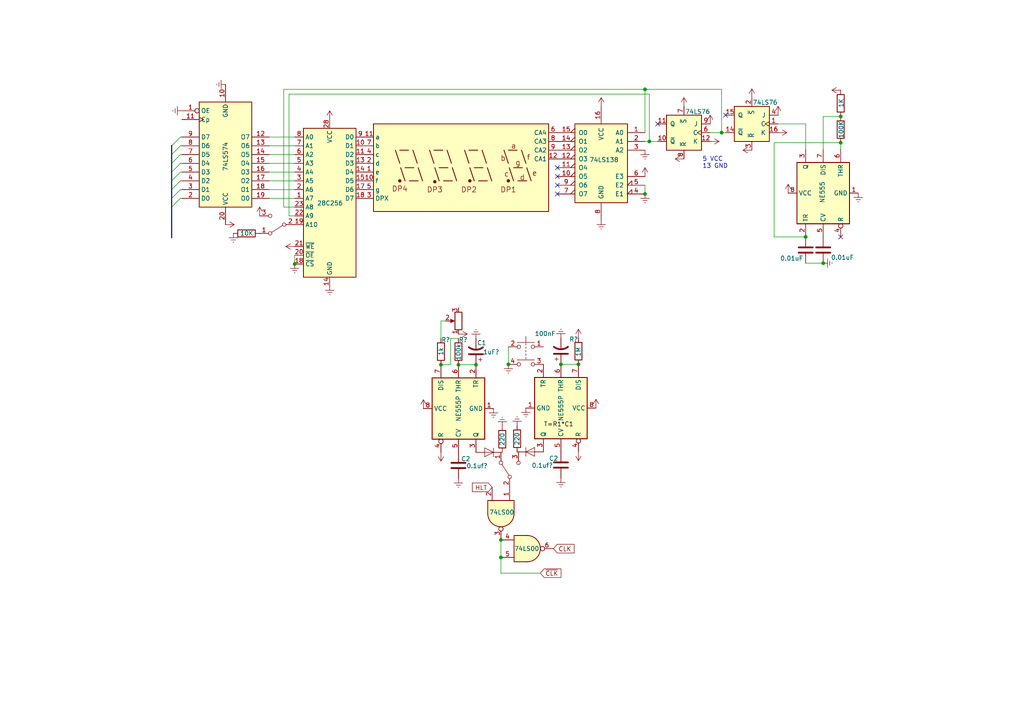
<source format=kicad_sch>
(kicad_sch (version 20211123) (generator eeschema)
  (paper "A4")
  (lib_symbols
    (symbol "28C256_1"
      (property "Value" "28C256" (at -2.032 0 0))
      (symbol "28C256_1_1_1"
        (rectangle (start -7.62 25.4) (end 7.62 -17.78) (stroke (width 0.254)) (fill (type background)))
        (pin input line (at -10.16 5.08 0) (length 2.54) (name "A7") (number "1"))
        (pin tri_state line (at 10.16 20.32 180) (length 2.54) (name "D1") (number "10"))
        (pin tri_state line (at 10.16 17.78 180) (length 2.54) (name "D2") (number "11"))
        (pin tri_state line (at 10.16 15.24 180) (length 2.54) (name "D3") (number "13"))
        (pin tri_state line (at 10.16 12.7 180) (length 2.54) (name "D4") (number "14"))
        (pin power_in line (at 0 -20.32 90) (length 2.54) (name "GND") (number "14"))
        (pin tri_state line (at 10.16 10.16 180) (length 2.54) (name "D5") (number "15"))
        (pin tri_state line (at 10.16 7.62 180) (length 2.54) (name "D6") (number "17"))
        (pin tri_state line (at 10.16 5.08 180) (length 2.54) (name "D7") (number "18"))
        (pin input line (at -10.16 -13.97 0) (length 2.54) (name "~{CS}") (number "18"))
        (pin input line (at -10.16 -2.54 0) (length 2.54) (name "A10") (number "19"))
        (pin input line (at -10.16 7.62 0) (length 2.54) (name "A6") (number "2"))
        (pin input line (at -10.16 -11.43 0) (length 2.54) (name "~{OE}") (number "20"))
        (pin input line (at -10.16 -8.89 0) (length 2.54) (name "~{WE}") (number "21"))
        (pin input line (at -10.16 0 0) (length 2.54) (name "A9") (number "22"))
        (pin input line (at -10.16 2.54 0) (length 2.54) (name "A8") (number "23"))
        (pin power_in line (at 0 27.94 270) (length 2.54) (name "VCC") (number "28"))
        (pin input line (at -10.16 10.16 0) (length 2.54) (name "A5") (number "3"))
        (pin input line (at -10.16 12.7 0) (length 2.54) (name "A4") (number "4"))
        (pin input line (at -10.16 15.24 0) (length 2.54) (name "A3") (number "5"))
        (pin input line (at -10.16 17.78 0) (length 2.54) (name "A2") (number "6"))
        (pin input line (at -10.16 20.32 0) (length 2.54) (name "A1") (number "7"))
        (pin input line (at -10.16 22.86 0) (length 2.54) (name "A0") (number "8"))
        (pin tri_state line (at 10.16 22.86 180) (length 2.54) (name "D0") (number "9"))
      )
    )
    (symbol "74LS374_1"
      (property "Value" "74LS374_1" (at 0 -3.683 90))
      (symbol "74LS374_1_1_0"
        (pin input inverted (at -12.7 -12.7 0) (length 5.08) (name "OE") (number "1"))
        (pin power_in line (at 0 -20.32 90) (length 5.08) (name "GND") (number "10"))
        (pin input clock (at -12.7 -10.16 0) (length 5.08) (name "Cp") (number "11"))
        (pin tri_state line (at 12.7 -5.08 180) (length 5.08) (name "O7") (number "12"))
        (pin tri_state line (at 12.7 -2.54 180) (length 5.08) (name "O6") (number "13"))
        (pin tri_state line (at 12.7 0 180) (length 5.08) (name "O5") (number "14"))
        (pin tri_state line (at 12.7 2.54 180) (length 5.08) (name "O4") (number "15"))
        (pin tri_state line (at 12.7 5.08 180) (length 5.08) (name "O3") (number "16"))
        (pin tri_state line (at 12.7 7.62 180) (length 5.08) (name "O2") (number "17"))
        (pin tri_state line (at 12.7 10.16 180) (length 5.08) (name "O1") (number "18"))
        (pin tri_state line (at 12.7 12.7 180) (length 5.08) (name "O0") (number "19"))
        (pin input line (at -12.7 12.7 0) (length 5.08) (name "D0") (number "2"))
        (pin power_in line (at 0 20.32 270) (length 5.08) (name "VCC") (number "20"))
        (pin input line (at -12.7 10.16 0) (length 5.08) (name "D1") (number "3"))
        (pin input line (at -12.7 7.62 0) (length 5.08) (name "D2") (number "4"))
        (pin input line (at -12.7 5.08 0) (length 5.08) (name "D3") (number "5"))
        (pin input line (at -12.7 2.54 0) (length 5.08) (name "D4") (number "6"))
        (pin input line (at -12.7 0 0) (length 5.08) (name "D5") (number "7"))
        (pin input line (at -12.7 -2.54 0) (length 5.08) (name "D6") (number "8"))
        (pin input line (at -12.7 -5.08 0) (length 5.08) (name "D7") (number "9"))
      )
      (symbol "74LS374_1_1_1"
        (rectangle (start -7.62 15.24) (end 7.62 -15.24) (stroke (width 0.254)) (fill (type background)))
      )
    )
    (symbol "74xx:74LS00" (pin_names (offset 1.016))
      (property "Reference" "U" (at 0 1.27 0))
      (property "Value" "74LS00" (at 0 -1.27 0))
      (symbol "74LS00_1_1"
        (arc (start 0 -3.81) (mid 3.81 0) (end 0 3.81) (stroke (width 0.254)) (fill (type background)))
        (polyline (pts (xy 0 3.81) (xy -3.81 3.81) (xy -3.81 -3.81) (xy 0 -3.81)) (stroke (width 0.254)) (fill (type background)))
        (pin input line (at -7.62 2.54 0) (length 3.81) (name "~") (number "1"))
        (pin input line (at -7.62 -2.54 0) (length 3.81) (name "~") (number "2"))
        (pin output inverted (at 7.62 0 180) (length 3.81) (name "~") (number "3"))
      )
      (symbol "74LS00_1_2"
        (arc (start -3.81 -3.81) (mid -2.589 0) (end -3.81 3.81) (stroke (width 0.254)))
        (arc (start -0.6096 -3.81) (mid 2.1842 -2.5851) (end 3.81 0) (stroke (width 0.254)) (fill (type background)))
        (polyline (pts (xy -3.81 -3.81) (xy -0.635 -3.81)) (stroke (width 0.254)) (fill (type background)))
        (polyline (pts (xy -3.81 3.81) (xy -0.635 3.81)) (stroke (width 0.254)) (fill (type background)))
        (polyline (pts (xy -0.635 3.81) (xy -3.81 3.81) (xy -3.81 3.81) (xy -3.556 3.4036) (xy -3.0226 2.2606) (xy -2.6924 1.0414) (xy -2.6162 -0.254) (xy -2.7686 -1.4986) (xy -3.175 -2.7178) (xy -3.81 -3.81) (xy -3.81 -3.81) (xy -0.635 -3.81)) (stroke (width -25.4)) (fill (type background)))
        (arc (start 3.81 0) (mid 2.1915 2.5936) (end -0.6096 3.81) (stroke (width 0.254)) (fill (type background)))
        (pin input inverted (at -7.62 2.54 0) (length 4.318) (name "~") (number "1"))
        (pin input inverted (at -7.62 -2.54 0) (length 4.318) (name "~") (number "2"))
        (pin output line (at 7.62 0 180) (length 3.81) (name "~") (number "3"))
      )
      (symbol "74LS00_2_1"
        (arc (start 0 -3.81) (mid 3.81 0) (end 0 3.81) (stroke (width 0.254)) (fill (type background)))
        (polyline (pts (xy 0 3.81) (xy -3.81 3.81) (xy -3.81 -3.81) (xy 0 -3.81)) (stroke (width 0.254)) (fill (type background)))
        (pin input line (at -7.62 2.54 0) (length 3.81) (name "~") (number "4"))
        (pin input line (at -7.62 -2.54 0) (length 3.81) (name "~") (number "5"))
        (pin output inverted (at 7.62 0 180) (length 3.81) (name "~") (number "6"))
      )
      (symbol "74LS00_2_2"
        (arc (start -3.81 -3.81) (mid -2.589 0) (end -3.81 3.81) (stroke (width 0.254)))
        (arc (start -0.6096 -3.81) (mid 2.1842 -2.5851) (end 3.81 0) (stroke (width 0.254)) (fill (type background)))
        (polyline (pts (xy -3.81 -3.81) (xy -0.635 -3.81)) (stroke (width 0.254)) (fill (type background)))
        (polyline (pts (xy -3.81 3.81) (xy -0.635 3.81)) (stroke (width 0.254)) (fill (type background)))
        (polyline (pts (xy -0.635 3.81) (xy -3.81 3.81) (xy -3.81 3.81) (xy -3.556 3.4036) (xy -3.0226 2.2606) (xy -2.6924 1.0414) (xy -2.6162 -0.254) (xy -2.7686 -1.4986) (xy -3.175 -2.7178) (xy -3.81 -3.81) (xy -3.81 -3.81) (xy -0.635 -3.81)) (stroke (width -25.4)) (fill (type background)))
        (arc (start 3.81 0) (mid 2.1915 2.5936) (end -0.6096 3.81) (stroke (width 0.254)) (fill (type background)))
        (pin input inverted (at -7.62 2.54 0) (length 4.318) (name "~") (number "4"))
        (pin input inverted (at -7.62 -2.54 0) (length 4.318) (name "~") (number "5"))
        (pin output line (at 7.62 0 180) (length 3.81) (name "~") (number "6"))
      )
      (symbol "74LS00_3_1"
        (arc (start 0 -3.81) (mid 3.81 0) (end 0 3.81) (stroke (width 0.254)) (fill (type background)))
        (polyline (pts (xy 0 3.81) (xy -3.81 3.81) (xy -3.81 -3.81) (xy 0 -3.81)) (stroke (width 0.254)) (fill (type background)))
        (pin input line (at -7.62 -2.54 0) (length 3.81) (name "~") (number "10"))
        (pin output inverted (at 7.62 0 180) (length 3.81) (name "~") (number "8"))
        (pin input line (at -7.62 2.54 0) (length 3.81) (name "~") (number "9"))
      )
      (symbol "74LS00_3_2"
        (arc (start -3.81 -3.81) (mid -2.589 0) (end -3.81 3.81) (stroke (width 0.254)))
        (arc (start -0.6096 -3.81) (mid 2.1842 -2.5851) (end 3.81 0) (stroke (width 0.254)) (fill (type background)))
        (polyline (pts (xy -3.81 -3.81) (xy -0.635 -3.81)) (stroke (width 0.254)) (fill (type background)))
        (polyline (pts (xy -3.81 3.81) (xy -0.635 3.81)) (stroke (width 0.254)) (fill (type background)))
        (polyline (pts (xy -0.635 3.81) (xy -3.81 3.81) (xy -3.81 3.81) (xy -3.556 3.4036) (xy -3.0226 2.2606) (xy -2.6924 1.0414) (xy -2.6162 -0.254) (xy -2.7686 -1.4986) (xy -3.175 -2.7178) (xy -3.81 -3.81) (xy -3.81 -3.81) (xy -0.635 -3.81)) (stroke (width -25.4)) (fill (type background)))
        (arc (start 3.81 0) (mid 2.1915 2.5936) (end -0.6096 3.81) (stroke (width 0.254)) (fill (type background)))
        (pin input inverted (at -7.62 -2.54 0) (length 4.318) (name "~") (number "10"))
        (pin output line (at 7.62 0 180) (length 3.81) (name "~") (number "8"))
        (pin input inverted (at -7.62 2.54 0) (length 4.318) (name "~") (number "9"))
      )
      (symbol "74LS00_4_1"
        (arc (start 0 -3.81) (mid 3.81 0) (end 0 3.81) (stroke (width 0.254)) (fill (type background)))
        (polyline (pts (xy 0 3.81) (xy -3.81 3.81) (xy -3.81 -3.81) (xy 0 -3.81)) (stroke (width 0.254)) (fill (type background)))
        (pin output inverted (at 7.62 0 180) (length 3.81) (name "~") (number "11"))
        (pin input line (at -7.62 2.54 0) (length 3.81) (name "~") (number "12"))
        (pin input line (at -7.62 -2.54 0) (length 3.81) (name "~") (number "13"))
      )
      (symbol "74LS00_4_2"
        (arc (start -3.81 -3.81) (mid -2.589 0) (end -3.81 3.81) (stroke (width 0.254)))
        (arc (start -0.6096 -3.81) (mid 2.1842 -2.5851) (end 3.81 0) (stroke (width 0.254)) (fill (type background)))
        (polyline (pts (xy -3.81 -3.81) (xy -0.635 -3.81)) (stroke (width 0.254)) (fill (type background)))
        (polyline (pts (xy -3.81 3.81) (xy -0.635 3.81)) (stroke (width 0.254)) (fill (type background)))
        (polyline (pts (xy -0.635 3.81) (xy -3.81 3.81) (xy -3.81 3.81) (xy -3.556 3.4036) (xy -3.0226 2.2606) (xy -2.6924 1.0414) (xy -2.6162 -0.254) (xy -2.7686 -1.4986) (xy -3.175 -2.7178) (xy -3.81 -3.81) (xy -3.81 -3.81) (xy -0.635 -3.81)) (stroke (width -25.4)) (fill (type background)))
        (arc (start 3.81 0) (mid 2.1915 2.5936) (end -0.6096 3.81) (stroke (width 0.254)) (fill (type background)))
        (pin output line (at 7.62 0 180) (length 3.81) (name "~") (number "11"))
        (pin input inverted (at -7.62 2.54 0) (length 4.318) (name "~") (number "12"))
        (pin input inverted (at -7.62 -2.54 0) (length 4.318) (name "~") (number "13"))
      )
      (symbol "74LS00_5_0"
        (pin power_in line (at 0 12.7 270) (length 5.08) (name "VCC") (number "14"))
        (pin power_in line (at 0 -12.7 90) (length 5.08) (name "GND") (number "7"))
      )
      (symbol "74LS00_5_1"
        (rectangle (start -5.08 7.62) (end 5.08 -7.62) (stroke (width 0.254)) (fill (type background)))
      )
    )
    (symbol "74xx:74LS138" (pin_names (offset 1.016))
      (property "Reference" "U" (at -7.62 11.43 0))
      (property "Value" "74LS138" (at -7.62 -13.97 0))
      (symbol "74LS138_1_0"
        (pin input line (at -12.7 7.62 0) (length 5.08) (name "A0") (number "1"))
        (pin output output_low (at 12.7 -5.08 180) (length 5.08) (name "O5") (number "10"))
        (pin output output_low (at 12.7 -2.54 180) (length 5.08) (name "O4") (number "11"))
        (pin output output_low (at 12.7 0 180) (length 5.08) (name "O3") (number "12"))
        (pin output output_low (at 12.7 2.54 180) (length 5.08) (name "O2") (number "13"))
        (pin output output_low (at 12.7 5.08 180) (length 5.08) (name "O1") (number "14"))
        (pin output output_low (at 12.7 7.62 180) (length 5.08) (name "O0") (number "15"))
        (pin power_in line (at 0 15.24 270) (length 5.08) (name "VCC") (number "16"))
        (pin input line (at -12.7 5.08 0) (length 5.08) (name "A1") (number "2"))
        (pin input line (at -12.7 2.54 0) (length 5.08) (name "A2") (number "3"))
        (pin input input_low (at -12.7 -10.16 0) (length 5.08) (name "E1") (number "4"))
        (pin input input_low (at -12.7 -7.62 0) (length 5.08) (name "E2") (number "5"))
        (pin input line (at -12.7 -5.08 0) (length 5.08) (name "E3") (number "6"))
        (pin output output_low (at 12.7 -10.16 180) (length 5.08) (name "O7") (number "7"))
        (pin power_in line (at 0 -17.78 90) (length 5.08) (name "GND") (number "8"))
        (pin output output_low (at 12.7 -7.62 180) (length 5.08) (name "O6") (number "9"))
      )
      (symbol "74LS138_1_1"
        (rectangle (start -7.62 10.16) (end 7.62 -12.7) (stroke (width 0.254)) (fill (type background)))
      )
    )
    (symbol "74xx:74LS76" (pin_names (offset 1.016))
      (property "Reference" "U" (at -7.62 8.89 0))
      (property "Value" "74LS76" (at -7.62 -8.89 0))
      (symbol "74LS76_1_0"
        (pin input clock (at -7.62 0 0) (length 2.54) (name "C") (number "1"))
        (pin output line (at 7.62 -2.54 180) (length 2.54) (name "~{Q}") (number "14"))
        (pin output line (at 7.62 2.54 180) (length 2.54) (name "Q") (number "15"))
        (pin input line (at -7.62 -2.54 0) (length 2.54) (name "K") (number "16"))
        (pin input line (at 0 7.62 270) (length 2.54) (name "~{S}") (number "2"))
        (pin input line (at 0 -7.62 90) (length 2.54) (name "~{R}") (number "3"))
        (pin input line (at -7.62 2.54 0) (length 2.54) (name "J") (number "4"))
      )
      (symbol "74LS76_1_1"
        (rectangle (start -5.08 5.08) (end 5.08 -5.08) (stroke (width 0.254)) (fill (type background)))
      )
      (symbol "74LS76_2_0"
        (pin output line (at 7.62 -2.54 180) (length 2.54) (name "~{Q}") (number "10"))
        (pin output line (at 7.62 2.54 180) (length 2.54) (name "Q") (number "11"))
        (pin input line (at -7.62 -2.54 0) (length 2.54) (name "K") (number "12"))
        (pin input clock (at -7.62 0 0) (length 2.54) (name "C") (number "6"))
        (pin input line (at 0 7.62 270) (length 2.54) (name "~{S}") (number "7"))
        (pin input line (at 0 -7.62 90) (length 2.54) (name "~{R}") (number "8"))
        (pin input line (at -7.62 2.54 0) (length 2.54) (name "J") (number "9"))
      )
      (symbol "74LS76_2_1"
        (rectangle (start -5.08 5.08) (end 5.08 -5.08) (stroke (width 0.254)) (fill (type background)))
      )
      (symbol "74LS76_3_0"
        (pin power_in line (at 0 -10.16 90) (length 2.54) (name "GND") (number "13"))
        (pin power_in line (at 0 10.16 270) (length 2.54) (name "VCC") (number "5"))
      )
      (symbol "74LS76_3_1"
        (rectangle (start -5.08 7.62) (end 5.08 -7.62) (stroke (width 0.254)) (fill (type background)))
      )
    )
    (symbol "Device:C" (pin_numbers hide) (pin_names (offset 0.254))
      (property "Reference" "C" (at 0.635 2.54 0))
      (property "Value" "C" (at 0.635 -2.54 0))
      (symbol "C_0_1"
        (polyline (pts (xy -2.032 -0.762) (xy 2.032 -0.762)) (stroke (width 0.508)))
        (polyline (pts (xy -2.032 0.762) (xy 2.032 0.762)) (stroke (width 0.508)))
      )
      (symbol "C_1_1"
        (pin passive line (at 0 3.81 270) (length 2.794) (name "~") (number "1"))
        (pin passive line (at 0 -3.81 90) (length 2.794) (name "~") (number "2"))
      )
    )
    (symbol "Device:C_Polarized_US" (pin_numbers hide) (pin_names (offset 0.254) hide)
      (property "Reference" "C" (at 0.635 2.54 0))
      (property "Value" "C_Polarized_US" (at 0.635 -2.54 0))
      (symbol "C_Polarized_US_0_1"
        (polyline (pts (xy -2.032 0.762) (xy 2.032 0.762)) (stroke (width 0.508)))
        (polyline (pts (xy -1.778 2.286) (xy -0.762 2.286)))
        (polyline (pts (xy -1.27 1.778) (xy -1.27 2.794)))
        (arc (start 2.032 -1.27) (mid 0 -0.5572) (end -2.032 -1.27) (stroke (width 0.508)))
      )
      (symbol "C_Polarized_US_1_1"
        (pin passive line (at 0 3.81 270) (length 2.794) (name "~") (number "1"))
        (pin passive line (at 0 -3.81 90) (length 3.302) (name "~") (number "2"))
      )
    )
    (symbol "Device:R" (pin_numbers hide) (pin_names (offset 0))
      (property "Reference" "R" (at 2.032 0 90))
      (property "Value" "R" (at 0 0 90))
      (symbol "R_0_1"
        (rectangle (start -1.016 -2.54) (end 1.016 2.54) (stroke (width 0.254)))
      )
      (symbol "R_1_1"
        (pin passive line (at 0 3.81 270) (length 1.27) (name "~") (number "1"))
        (pin passive line (at 0 -3.81 90) (length 1.27) (name "~") (number "2"))
      )
    )
    (symbol "Device:R_Potentiometer" (pin_names (offset 1.016) hide)
      (property "Reference" "RV" (at -4.445 0 90))
      (property "Value" "R_Potentiometer" (at -2.54 0 90))
      (symbol "R_Potentiometer_0_1"
        (polyline (pts (xy 2.54 0) (xy 1.524 0)))
        (polyline (pts (xy 1.143 0) (xy 2.286 0.508) (xy 2.286 -0.508) (xy 1.143 0)) (fill (type outline)))
        (rectangle (start 1.016 2.54) (end -1.016 -2.54) (stroke (width 0.254)))
      )
      (symbol "R_Potentiometer_1_1"
        (pin passive line (at 0 3.81 270) (length 1.27) (name "1") (number "1"))
        (pin passive line (at 3.81 0 180) (length 1.27) (name "2") (number "2"))
        (pin passive line (at 0 -3.81 90) (length 1.27) (name "3") (number "3"))
      )
    )
    (symbol "Display_Character:CA56-12SRWA"
      (symbol "CA56-12SRWA_0_0"
        (rectangle (start -25.4 12.7) (end 25.4 -12.7) (stroke (width 0.254)) (fill (type background)))
        (polyline (pts (xy -20.32 -3.81) (xy -19.05 0)) (stroke (width 0.254)))
        (polyline (pts (xy -19.05 -3.81) (xy -16.51 -3.81)) (stroke (width 0.254)))
        (polyline (pts (xy -18.796 1.27) (xy -17.526 5.08)) (stroke (width 0.254)))
        (polyline (pts (xy -17.78 0) (xy -15.24 0)) (stroke (width 0.254)))
        (polyline (pts (xy -16.256 5.08) (xy -13.716 5.08)) (stroke (width 0.254)))
        (polyline (pts (xy -15.24 -3.81) (xy -13.97 0)) (stroke (width 0.254)))
        (polyline (pts (xy -13.716 1.27) (xy -12.446 5.08)) (stroke (width 0.254)))
        (polyline (pts (xy -8.89 -3.81) (xy -7.62 0)) (stroke (width 0.254)))
        (polyline (pts (xy -7.62 -3.81) (xy -5.08 -3.81)) (stroke (width 0.254)))
        (polyline (pts (xy -7.366 1.27) (xy -6.096 5.08)) (stroke (width 0.254)))
        (polyline (pts (xy -6.35 0) (xy -3.81 0)) (stroke (width 0.254)))
        (polyline (pts (xy -4.826 5.08) (xy -2.286 5.08)) (stroke (width 0.254)))
        (polyline (pts (xy -3.81 -3.81) (xy -2.54 0)) (stroke (width 0.254)))
        (polyline (pts (xy -2.286 1.27) (xy -1.016 5.08)) (stroke (width 0.254)))
        (polyline (pts (xy 1.27 -3.81) (xy 2.54 0)) (stroke (width 0.254)))
        (polyline (pts (xy 2.54 -3.81) (xy 5.08 -3.81)) (stroke (width 0.254)))
        (polyline (pts (xy 2.794 1.27) (xy 4.064 5.08)) (stroke (width 0.254)))
        (polyline (pts (xy 3.81 0) (xy 6.35 0)) (stroke (width 0.254)))
        (polyline (pts (xy 5.334 5.08) (xy 7.874 5.08)) (stroke (width 0.254)))
        (polyline (pts (xy 6.35 -3.81) (xy 7.62 0)) (stroke (width 0.254)))
        (polyline (pts (xy 7.874 1.27) (xy 9.144 5.08)) (stroke (width 0.254)))
        (polyline (pts (xy 11.176 -3.81) (xy 12.446 0)) (stroke (width 0.254)))
        (polyline (pts (xy 12.446 -3.81) (xy 14.986 -3.81)) (stroke (width 0.254)))
        (polyline (pts (xy 12.7 1.27) (xy 13.97 5.08)) (stroke (width 0.254)))
        (polyline (pts (xy 13.716 0) (xy 16.256 0)) (stroke (width 0.254)))
        (polyline (pts (xy 15.24 5.08) (xy 17.78 5.08)) (stroke (width 0.254)))
        (polyline (pts (xy 16.256 -3.81) (xy 17.526 0)) (stroke (width 0.254)))
        (polyline (pts (xy 17.78 1.27) (xy 19.05 5.08)) (stroke (width 0.254)))
        (text "a" (at -15.24 6.35 0) (effects (font (size 1.524 1.524))))
        (text "b" (at -12.192 2.794 0) (effects (font (size 1.524 1.524))))
        (text "c" (at -13.208 -1.778 0) (effects (font (size 1.524 1.524))))
        (text "d" (at -17.78 -2.794 0) (effects (font (size 1.524 1.524))))
        (text "DP1" (at -13.716 -6.35 0) (effects (font (size 1.524 1.524))))
        (text "DP2" (at -2.286 -6.35 0) (effects (font (size 1.524 1.524))))
        (text "DP3" (at 7.62 -6.35 0) (effects (font (size 1.524 1.524))))
        (text "DP4" (at 17.78 -6.096 0) (effects (font (size 1.524 1.524))))
        (text "e" (at -21.336 -1.524 0) (effects (font (size 1.524 1.524))))
        (text "f" (at -19.558 3.048 0) (effects (font (size 1.524 1.524))))
        (text "g" (at -16.51 1.524 0) (effects (font (size 1.524 1.524))))
      )
      (symbol "CA56-12SRWA_0_1"
        (circle (center -13.716 -3.81) (radius 0.3556) (stroke (width 0.254)) (fill (type outline)))
        (circle (center -2.54 -3.81) (radius 0.3556) (stroke (width 0.254)) (fill (type outline)))
      )
      (symbol "CA56-12SRWA_1_0"
        (circle (center 7.62 -4.064) (radius 0.3556) (stroke (width 0.254)) (fill (type outline)))
        (circle (center 17.78 -3.81) (radius 0.3556) (stroke (width 0.254)) (fill (type outline)))
      )
      (symbol "CA56-12SRWA_1_1"
        (pin input line (at 27.94 -1.27 180) (length 2.54) (name "e") (number "1"))
        (pin input line (at 27.94 -3.81 180) (length 2.54) (name "f") (number "10"))
        (pin input line (at 27.94 8.89 180) (length 2.54) (name "a") (number "11"))
        (pin input line (at -27.94 2.54 0) (length 2.54) (name "CA1") (number "12"))
        (pin input line (at 27.94 1.27 180) (length 2.54) (name "d") (number "2"))
        (pin input line (at 27.94 -8.89 180) (length 2.54) (name "DPX") (number "3"))
        (pin input line (at 27.94 3.81 180) (length 2.54) (name "c") (number "4"))
        (pin input line (at 27.94 -6.35 180) (length 2.54) (name "g") (number "5"))
        (pin input line (at -27.94 10.16 0) (length 2.54) (name "CA4") (number "6"))
        (pin input line (at 27.94 6.35 180) (length 2.54) (name "b") (number "7"))
        (pin input line (at -27.94 7.62 0) (length 2.54) (name "CA3") (number "8"))
        (pin input line (at -27.94 5.08 0) (length 2.54) (name "CA2") (number "9"))
      )
    )
    (symbol "NE555P_2"
      (property "Value" "NE555P_2" (at -3.81 0 0))
      (symbol "NE555P_2_0_0"
        (pin power_in line (at 0 -10.16 90) (length 2.54) (name "GND") (number "1"))
        (pin power_in line (at 0 10.16 270) (length 2.54) (name "VCC") (number "8"))
      )
      (symbol "NE555P_2_0_1"
        (rectangle (start -8.89 -7.62) (end 8.89 7.62) (stroke (width 0.254)) (fill (type background)))
        (rectangle (start -8.89 -7.62) (end 8.89 7.62) (stroke (width 0.254)) (fill (type background)))
      )
      (symbol "NE555P_2_1_1"
        (pin input line (at 12.7 -5.08 180) (length 3.81) (name "TR") (number "2"))
        (pin output line (at -12.7 -5.08 0) (length 3.81) (name "Q") (number "3"))
        (pin input inverted (at -12.7 5.08 0) (length 3.81) (name "R") (number "4"))
        (pin input line (at -12.7 0 0) (length 3.81) (name "CV") (number "5"))
        (pin input line (at 12.7 0 180) (length 3.81) (name "THR") (number "6"))
        (pin input line (at 12.7 5.08 180) (length 3.81) (name "DIS") (number "7"))
      )
    )
    (symbol "Sensor_Optical:SFH2701" (pin_numbers hide) (pin_names (offset 1.016) hide)
      (property "Value" "SFH2701" (at -0.9271 5.842 0))
      (symbol "SFH2701_0_1"
        (polyline (pts (xy -2.54 2.54) (xy -2.54 0)) (stroke (width 0.1524)))
        (polyline (pts (xy 0 1.27) (xy -2.54 1.27)))
        (polyline (pts (xy 0 2.54) (xy 0 0)))
        (polyline (pts (xy 0 2.54) (xy -2.54 1.27) (xy 0 0)))
      )
      (symbol "SFH2701_1_1"
        (pin power_out line (at -5.08 1.27 0) (length 2.54) (name "K") (number "1"))
        (pin power_in line (at 2.54 1.27 180) (length 2.54) (name "A") (number "2"))
      )
    )
    (symbol "Switch:SW_DPDT_x2" (pin_names (offset 0) hide)
      (property "Reference" "SW" (at 0 4.318 0))
      (property "Value" "SW_DPDT_x2" (at 0 -5.08 0))
      (symbol "SW_DPDT_x2_0_0"
        (circle (center -2.032 0) (radius 0.508))
        (circle (center 2.032 -2.54) (radius 0.508))
      )
      (symbol "SW_DPDT_x2_0_1"
        (polyline (pts (xy -1.524 0.254) (xy 1.651 2.286)))
        (circle (center 2.032 2.54) (radius 0.508))
      )
      (symbol "SW_DPDT_x2_1_1"
        (pin passive line (at 5.08 2.54 180) (length 2.54) (name "A") (number "1"))
        (pin passive line (at -5.08 0 0) (length 2.54) (name "B") (number "2"))
        (pin passive line (at 5.08 -2.54 180) (length 2.54) (name "C") (number "3"))
      )
      (symbol "SW_DPDT_x2_2_1"
        (pin passive line (at 5.08 2.54 180) (length 2.54) (name "A") (number "4"))
        (pin passive line (at -5.08 0 0) (length 2.54) (name "B") (number "5"))
        (pin passive line (at 5.08 -2.54 180) (length 2.54) (name "C") (number "6"))
      )
    )
    (symbol "Switch:SW_Push_Dual" (pin_names (offset 1.016) hide)
      (property "Reference" "SW" (at 1.27 2.54 0))
      (property "Value" "SW_Push_Dual" (at 0 -6.858 0))
      (symbol "SW_Push_Dual_0_1"
        (circle (center -2.032 -5.08) (radius 0.508))
        (circle (center -2.032 0) (radius 0.508))
        (polyline (pts (xy 0 -3.048) (xy 0 -3.556)))
        (polyline (pts (xy 0 -2.032) (xy 0 -2.54)))
        (polyline (pts (xy 0 -1.524) (xy 0 -1.016)))
        (polyline (pts (xy 0 -0.508) (xy 0 0)))
        (polyline (pts (xy 0 0.508) (xy 0 1.016)))
        (polyline (pts (xy 0 1.27) (xy 0 3.048)))
        (polyline (pts (xy 2.54 -3.81) (xy -2.54 -3.81)))
        (polyline (pts (xy 2.54 1.27) (xy -2.54 1.27)))
        (circle (center 2.032 -5.08) (radius 0.508))
        (circle (center 2.032 0) (radius 0.508))
        (pin passive line (at -5.08 0 0) (length 2.54) (name "1") (number "1"))
        (pin passive line (at 5.08 0 180) (length 2.54) (name "2") (number "2"))
        (pin passive line (at -5.08 -5.08 0) (length 2.54) (name "3") (number "3"))
        (pin passive line (at 5.08 -5.08 180) (length 2.54) (name "4") (number "4"))
      )
    )
    (symbol "Switch:SW_SPDT" (pin_names (offset 0) hide)
      (property "Reference" "SW" (at 0 4.318 0))
      (property "Value" "SW_SPDT" (at 0 -5.08 0))
      (symbol "SW_SPDT_0_0"
        (circle (center -2.032 0) (radius 0.508))
        (circle (center 2.032 -2.54) (radius 0.508))
      )
      (symbol "SW_SPDT_0_1"
        (polyline (pts (xy -1.524 0.254) (xy 1.651 2.286)))
        (circle (center 2.032 2.54) (radius 0.508))
      )
      (symbol "SW_SPDT_1_1"
        (pin passive line (at 5.08 2.54 180) (length 2.54) (name "A") (number "1"))
        (pin passive line (at -5.08 0 0) (length 2.54) (name "B") (number "2"))
        (pin passive line (at 5.08 -2.54 180) (length 2.54) (name "C") (number "3"))
      )
    )
    (symbol "Timer:NE555D"
      (property "Reference" "U" (at -10.16 8.89 0))
      (property "Value" "NE555D" (at 2.54 8.89 0))
      (symbol "NE555D_0_0"
        (pin power_in line (at 0 -10.16 90) (length 2.54) (name "GND") (number "1"))
        (pin power_in line (at 0 10.16 270) (length 2.54) (name "VCC") (number "8"))
      )
      (symbol "NE555D_0_1"
        (rectangle (start -8.89 -7.62) (end 8.89 7.62) (stroke (width 0.254)) (fill (type background)))
        (rectangle (start -8.89 -7.62) (end 8.89 7.62) (stroke (width 0.254)) (fill (type background)))
      )
      (symbol "NE555D_1_1"
        (pin input line (at -12.7 5.08 0) (length 3.81) (name "TR") (number "2"))
        (pin output line (at 12.7 5.08 180) (length 3.81) (name "Q") (number "3"))
        (pin input inverted (at -12.7 -5.08 0) (length 3.81) (name "R") (number "4"))
        (pin input line (at -12.7 0 0) (length 3.81) (name "CV") (number "5"))
        (pin input line (at 12.7 -5.08 180) (length 3.81) (name "THR") (number "6"))
        (pin input line (at 12.7 0 180) (length 3.81) (name "DIS") (number "7"))
      )
    )
    (symbol "power:Earth" (power) (pin_names (offset 0))
      (symbol "Earth_0_1"
        (polyline (pts (xy -0.635 -1.905) (xy 0.635 -1.905)))
        (polyline (pts (xy -0.127 -2.54) (xy 0.127 -2.54)))
        (polyline (pts (xy 0 -1.27) (xy 0 0)))
        (polyline (pts (xy 1.27 -1.27) (xy -1.27 -1.27)))
      )
      (symbol "Earth_1_1"
        (pin power_in line (at 0 0 270) (length 0) hide (name "Earth") (number "1"))
      )
    )
    (symbol "power:VCC" (power) (pin_names (offset 0))
      (property "Value" "VCC" (at 0 3.81 0))
      (symbol "VCC_0_1"
        (polyline (pts (xy -0.762 1.27) (xy 0 2.54)))
        (polyline (pts (xy 0 0) (xy 0 2.54)))
        (polyline (pts (xy 0 2.54) (xy 0.762 1.27)))
      )
      (symbol "VCC_1_1"
        (pin power_in line (at 0 0 90) (length 0) hide (name "VCC") (number "1"))
      )
    )
  )
  (junction (at 147.447 105.664))
  (junction (at 187.071 56.261))
  (junction (at 145.288 161.671))
  (junction (at 233.68 68.707))
  (junction (at 167.767 105.664))
  (junction (at 209.296 38.481))
  (junction (at 243.84 41.402))
  (junction (at 127.889 105.791))
  (junction (at 162.687 105.664))
  (junction (at 85.471 76.581))
  (junction (at 187.071 25.908))
  (junction (at 188.341 41.021))
  (junction (at 145.288 156.591))
  (junction (at 132.969 105.791))
  (junction (at 243.84 33.782))
  (junction (at 138.049 105.791))
  (junction (at 238.76 76.327))
  (no_connect (at 243.84 68.707))
  (no_connect (at 161.671 48.641))
  (no_connect (at 210.439 33.401))
  (no_connect (at 161.671 51.181))
  (no_connect (at 161.671 56.261))
  (no_connect (at 190.754 35.941))
  (no_connect (at 161.671 53.721))
  (bus_entry (at 49.784 49.911) (size 2.54 -2.54))
  (bus_entry (at 49.784 57.531) (size 2.54 -2.54))
  (bus_entry (at 49.784 42.291) (size 2.54 -2.54))
  (bus_entry (at 49.784 44.831) (size 2.54 -2.54))
  (bus_entry (at 49.784 54.991) (size 2.54 -2.54))
  (bus_entry (at 49.784 47.371) (size 2.54 -2.54))
  (bus_entry (at 49.784 52.451) (size 2.54 -2.54))
  (bus_entry (at 49.784 60.071) (size 2.54 -2.54))
  (wire (pts (xy 132.969 105.791) (xy 138.049 105.791)))
  (wire (pts (xy 52.324 47.371) (xy 52.705 47.371)))
  (wire (pts (xy 78.105 49.911) (xy 85.471 49.911)))
  (wire (pts (xy 52.324 42.291) (xy 52.705 42.291)))
  (wire (pts (xy 188.341 41.021) (xy 190.754 41.021)))
  (wire (pts (xy 78.105 47.371) (xy 85.471 47.371)))
  (bus (pts (xy 49.784 68.961) (xy 49.784 60.071)))
  (wire (pts (xy 85.471 74.041) (xy 85.471 76.581)))
  (wire (pts (xy 187.071 25.908) (xy 82.296 25.908)))
  (wire (pts (xy 209.296 38.481) (xy 205.994 38.481)))
  (wire (pts (xy 52.324 39.751) (xy 52.705 39.751)))
  (bus (pts (xy 49.784 60.071) (xy 49.784 57.531)))
  (bus (pts (xy 49.784 52.451) (xy 49.784 49.911)))
  (wire (pts (xy 52.324 57.531) (xy 52.705 57.531)))
  (wire (pts (xy 52.324 44.831) (xy 52.705 44.831)))
  (wire (pts (xy 167.767 105.664) (xy 162.687 105.664)))
  (wire (pts (xy 127.889 93.091) (xy 127.889 98.171)))
  (wire (pts (xy 129.159 93.091) (xy 127.889 93.091)))
  (wire (pts (xy 187.071 38.481) (xy 187.071 25.908)))
  (wire (pts (xy 145.288 166.243) (xy 156.718 166.243)))
  (wire (pts (xy 238.76 33.782) (xy 238.76 43.307)))
  (wire (pts (xy 233.68 68.707) (xy 224.536 68.707)))
  (bus (pts (xy 49.784 47.371) (xy 49.784 44.831)))
  (wire (pts (xy 83.82 27.305) (xy 188.341 27.305)))
  (wire (pts (xy 233.68 35.941) (xy 233.68 43.307)))
  (wire (pts (xy 187.071 25.908) (xy 209.296 25.908)))
  (bus (pts (xy 49.784 49.911) (xy 49.784 47.371)))
  (bus (pts (xy 49.784 54.991) (xy 49.784 52.451)))
  (wire (pts (xy 78.105 44.831) (xy 85.471 44.831)))
  (wire (pts (xy 82.296 25.908) (xy 82.296 60.071)))
  (wire (pts (xy 132.969 98.171) (xy 130.683 98.171)))
  (wire (pts (xy 145.288 156.591) (xy 145.288 161.671)))
  (wire (pts (xy 145.288 161.671) (xy 145.288 166.243)))
  (wire (pts (xy 188.341 41.021) (xy 187.071 41.021)))
  (bus (pts (xy 49.784 44.831) (xy 49.784 42.291)))
  (bus (pts (xy 49.784 42.291) (xy 49.784 42.164)))
  (wire (pts (xy 243.84 33.782) (xy 238.76 33.782)))
  (wire (pts (xy 85.471 62.611) (xy 83.82 62.611)))
  (wire (pts (xy 78.105 42.291) (xy 85.471 42.291)))
  (wire (pts (xy 78.105 39.751) (xy 85.471 39.751)))
  (wire (pts (xy 188.341 27.305) (xy 188.341 41.021)))
  (wire (pts (xy 225.679 35.941) (xy 233.68 35.941)))
  (wire (pts (xy 187.071 53.721) (xy 187.071 56.261)))
  (wire (pts (xy 78.105 57.531) (xy 85.471 57.531)))
  (wire (pts (xy 130.683 98.171) (xy 130.683 105.791)))
  (bus (pts (xy 49.784 57.531) (xy 49.784 54.991)))
  (wire (pts (xy 78.105 52.451) (xy 85.471 52.451)))
  (wire (pts (xy 82.296 60.071) (xy 85.471 60.071)))
  (wire (pts (xy 52.324 52.451) (xy 52.705 52.451)))
  (wire (pts (xy 130.683 105.791) (xy 127.889 105.791)))
  (wire (pts (xy 209.296 38.481) (xy 210.439 38.481)))
  (wire (pts (xy 147.447 100.584) (xy 147.447 105.664)))
  (wire (pts (xy 224.536 68.707) (xy 224.536 41.402)))
  (wire (pts (xy 83.82 62.611) (xy 83.82 27.305)))
  (wire (pts (xy 233.68 76.327) (xy 238.76 76.327)))
  (wire (pts (xy 52.324 54.991) (xy 52.705 54.991)))
  (wire (pts (xy 243.84 41.402) (xy 243.84 43.307)))
  (wire (pts (xy 52.324 49.911) (xy 52.705 49.911)))
  (wire (pts (xy 224.536 41.402) (xy 243.84 41.402)))
  (wire (pts (xy 78.105 54.991) (xy 85.471 54.991)))
  (wire (pts (xy 209.296 38.481) (xy 209.296 25.908)))
  (text "5 VCC \n13 GND\n" (at 203.708 49.022 0) (effects (font (size 1.27 1.27)) (justify left bottom)))
  (label "T=R1*C1" (at 166.37 124.079 180))
  (global_label "CLK" (shape input) (at 160.528 159.131 0) (property "Intersheet References" "${INTERSHEET_REFS}" (effects hide)))
  (global_label "~{CLK}" (shape input) (at 156.718 166.243 0) (property "Intersheet References" "${INTERSHEET_REFS}" (effects hide)))
  (global_label "HLT" (shape input) (at 142.748 141.351 180) (property "Intersheet References" "${INTERSHEET_REFS}" (effects hide)))
  (symbol (lib_id "Device:R") (at 243.84 37.592 0) (unit 1)
    (property "Reference" "R?" (effects hide))
    (property "Value" "100K" (at 243.967 40.132 90) (effects (justify left)))
  )
  (symbol (lib_id "power:VCC") (at 167.767 131.064 180) (unit 1)
    (property "Reference" "#PWR?" (effects hide))
    (property "Value" "VCC" (effects hide))
  )
  (symbol (lib_id "Device:R") (at 71.501 67.691 270) (unit 1)
    (property "Reference" "R?" (effects hide))
    (property "Value" "10K" (at 69.596 67.691 90) (effects (justify left)))
  )
  (symbol (lib_id "power:VCC") (at 95.631 34.671 0) (mirror y) (unit 1)
    (property "Reference" "#PWR?" (effects hide))
    (property "Value" "VCC" (effects hide))
  )
  (symbol (lib_id "74xx:74LS76") (at 198.374 38.481 0) (mirror y) (unit 2)
    (property "Reference" "U?" (effects hide))
    (property "Value" "74LS76" (at 205.994 32.385 0) (effects (justify left)))
    (property "Datasheet" "http://www.ti.com/lit/gpn/sn74LS76" (effects hide))
  )
  (symbol (lib_id "Device:C_Polarized_US") (at 138.049 101.981 180) (unit 1)
    (property "Reference" "1uF?" (at 142.494 102.108 0))
    (property "Value" "C1" (at 139.7 99.441 0))
  )
  (symbol (lib_id "Sensor_Optical:SFH2701") (at 155.067 129.794 0) (mirror x) (unit 1)
    (property "Reference" "D?" (effects hide))
    (property "Value" "LED" (effects hide))
    (property "Footprint" "LED_SMD:LED_1206_3216Metric_Castellated" (effects hide))
    (property "Datasheet" "http://www.osram-os.com/Graphics/XPic6/00201111_0.pdf/SFH%202701.pdf" (effects hide))
  )
  (symbol (lib_id "Device:C_Polarized_US") (at 162.687 101.854 0) (mirror x) (unit 1)
    (property "Reference" "100nF" (at 158.115 96.774 0))
    (property "Value" "C1" (effects hide))
  )
  (symbol (lib_id "power:Earth") (at 95.631 82.931 0) (unit 1)
    (property "Reference" "#PWR?" (effects hide))
    (property "Value" "Earth" (effects hide))
  )
  (symbol (lib_id "power:VCC") (at 127.889 131.191 0) (mirror x) (unit 1)
    (property "Reference" "#PWR?" (effects hide))
    (property "Value" "VCC" (effects hide))
  )
  (symbol (lib_id "power:VCC") (at 122.809 118.491 0) (mirror y) (unit 1)
    (property "Reference" "#PWR?" (effects hide))
    (property "Value" "VCC" (effects hide))
  )
  (symbol (lib_id "power:VCC") (at 218.059 43.561 90) (unit 1)
    (property "Reference" "#PWR?" (effects hide))
    (property "Value" "VCC" (effects hide))
  )
  (symbol (lib_id "power:Earth") (at 52.705 32.131 270) (unit 1)
    (property "Reference" "#PWR?" (effects hide))
    (property "Value" "Earth" (effects hide))
  )
  (symbol (lib_id "Switch:SW_SPDT") (at 147.828 136.271 90) (unit 1)
    (property "Reference" "SW?" (effects hide))
    (property "Value" "SW_SPDT" (effects hide))
  )
  (symbol (lib_id "power:Earth") (at 132.969 138.811 0) (unit 1)
    (property "Reference" "#PWR?" (effects hide))
    (property "Value" "Earth" (effects hide))
  )
  (symbol (lib_id "Switch:SW_DPDT_x2") (at 80.391 65.151 180) (unit 1)
    (property "Reference" "SW?" (effects hide))
    (property "Value" "SW_DPDT_x2" (effects hide))
  )
  (symbol (lib_id "power:Earth") (at 187.071 43.561 0) (unit 1)
    (property "Reference" "#PWR?" (effects hide))
    (property "Value" "Earth" (effects hide))
  )
  (symbol (lib_id "Switch:SW_Push_Dual") (at 152.527 100.584 0) (mirror y) (unit 1)
    (property "Reference" "SW?" (effects hide))
    (property "Value" "SW_Push_Dual" (effects hide))
  )
  (symbol (lib_id "power:Earth") (at 147.447 105.664 0) (mirror y) (unit 1)
    (property "Reference" "#PWR?" (effects hide))
    (property "Value" "Earth" (effects hide))
  )
  (symbol (lib_id "74xx:74LS138") (at 174.371 46.101 0) (mirror y) (unit 1)
    (property "Reference" "U?" (effects hide))
    (property "Value" "74LS138" (at 179.451 46.355 0) (effects (justify left)))
    (property "Datasheet" "http://www.ti.com/lit/gpn/sn74LS138" (effects hide))
  )
  (symbol (lib_name "74LS374_1") (lib_id "74xx:74LS374") (at 65.405 44.831 0) (mirror x) (unit 1)
    (property "Reference" "U?" (effects hide))
    (property "Value" "74LS574" (at 65.405 41.148 90) (effects (justify left)))
    (property "Datasheet" "http://www.ti.com/lit/gpn/sn74LS374" (effects hide))
  )
  (symbol (lib_id "power:Earth") (at 138.049 98.171 180) (unit 1)
    (property "Reference" "#PWR?" (effects hide))
    (property "Value" "Earth" (effects hide))
  )
  (symbol (lib_id "Device:R") (at 145.669 127.381 180) (unit 1)
    (property "Reference" "R?" (effects hide))
    (property "Value" "220" (at 145.669 125.476 90) (effects (justify left)))
  )
  (symbol (lib_id "power:VCC") (at 174.371 30.861 0) (mirror y) (unit 1)
    (property "Reference" "#PWR?" (effects hide))
    (property "Value" "VCC" (effects hide))
  )
  (symbol (lib_id "power:Earth") (at 85.471 76.581 0) (unit 1)
    (property "Reference" "#PWR?" (effects hide))
    (property "Value" "Earth" (effects hide))
  )
  (symbol (lib_name "28C256_1") (lib_id "Memory_EEPROM:28C256") (at 95.631 62.611 0) (unit 1)
    (property "Reference" "U?" (effects hide))
    (property "Value" "28C256" (at 91.948 58.928 0) (effects (justify left)))
    (property "Datasheet" "http://ww1.microchip.com/downloads/en/DeviceDoc/doc0006.pdf" (effects hide))
  )
  (symbol (lib_id "Device:C") (at 132.969 135.001 0) (unit 1)
    (property "Reference" "0.1uf?" (at 135.255 135.128 0) (effects (justify left)))
    (property "Value" "C2" (at 133.731 133.096 0) (effects (justify left)))
  )
  (symbol (lib_id "power:Earth") (at 248.92 56.007 0) (unit 1)
    (property "Reference" "#PWR?" (effects hide))
    (property "Value" "Earth" (effects hide))
  )
  (symbol (lib_id "power:Earth") (at 152.527 118.364 0) (mirror y) (unit 1)
    (property "Reference" "#PWR?" (effects hide))
    (property "Value" "Earth" (effects hide))
  )
  (symbol (lib_id "power:VCC") (at 225.679 33.401 0) (unit 1)
    (property "Reference" "#PWR?" (effects hide))
    (property "Value" "VCC" (effects hide))
  )
  (symbol (lib_id "74xx:74LS76") (at 218.059 35.941 0) (mirror y) (unit 1)
    (property "Reference" "U?" (effects hide))
    (property "Value" "74LS76" (at 225.552 29.718 0) (effects (justify left)))
    (property "Datasheet" "http://www.ti.com/lit/gpn/sn74LS76" (effects hide))
  )
  (symbol (lib_id "power:Earth") (at 65.405 24.511 270) (unit 1)
    (property "Reference" "#PWR?" (effects hide))
    (property "Value" "Earth" (effects hide))
  )
  (symbol (lib_name "NE555P_2") (lib_id "Timer:NE555P") (at 132.969 118.491 90) (unit 1)
    (property "Reference" "U?" (effects hide))
    (property "Value" "NE555P" (at 132.969 122.301 0) (effects (justify left)))
    (property "Footprint" "Package_DIP:DIP-8_W7.62mm" (effects hide))
    (property "Datasheet" "http://www.ti.com/lit/ds/symlink/ne555.pdf" (effects hide))
  )
  (symbol (lib_id "power:VCC") (at 198.374 46.101 90) (unit 1)
    (property "Reference" "#PWR?" (effects hide))
    (property "Value" "VCC" (effects hide))
  )
  (symbol (lib_id "power:Earth") (at 162.687 138.684 0) (mirror y) (unit 1)
    (property "Reference" "#PWR?" (effects hide))
    (property "Value" "Earth" (effects hide))
  )
  (symbol (lib_id "power:VCC") (at 85.471 71.501 90) (mirror x) (unit 1)
    (property "Reference" "#PWR?" (effects hide))
    (property "Value" "VCC" (effects hide))
  )
  (symbol (lib_id "Device:R") (at 149.987 127.254 0) (mirror x) (unit 1)
    (property "Reference" "R?" (effects hide))
    (property "Value" "220" (at 149.987 125.349 90) (effects (justify left)))
  )
  (symbol (lib_id "Device:R") (at 167.767 101.854 0) (mirror x) (unit 1)
    (property "Reference" "R?" (at 165.1 98.425 0) (effects (justify left)))
    (property "Value" "1M" (at 167.767 100.584 90) (effects (justify left)))
  )
  (symbol (lib_id "power:VCC") (at 167.767 98.044 0) (unit 1)
    (property "Reference" "#PWR?" (effects hide))
    (property "Value" "VCC" (effects hide))
  )
  (symbol (lib_id "power:VCC") (at 243.84 26.162 90) (unit 1)
    (property "Reference" "#PWR?" (effects hide))
    (property "Value" "VCC" (effects hide))
  )
  (symbol (lib_id "Sensor_Optical:SFH2701") (at 140.589 129.921 180) (unit 1)
    (property "Reference" "D?" (effects hide))
    (property "Value" "LED" (effects hide))
    (property "Footprint" "LED_SMD:LED_1206_3216Metric_Castellated" (effects hide))
    (property "Datasheet" "http://www.osram-os.com/Graphics/XPic6/00201111_0.pdf/SFH%202701.pdf" (effects hide))
  )
  (symbol (lib_id "power:Earth") (at 149.987 123.444 0) (mirror x) (unit 1)
    (property "Reference" "#PWR?" (effects hide))
    (property "Value" "Earth" (effects hide))
  )
  (symbol (lib_id "Device:C") (at 162.687 134.874 0) (mirror y) (unit 1)
    (property "Reference" "0.1uf?" (at 160.401 135.001 0) (effects (justify left)))
    (property "Value" "C2" (at 161.925 132.969 0) (effects (justify left)))
  )
  (symbol (lib_id "Device:R_Potentiometer") (at 132.969 93.091 180) (unit 1)
    (property "Reference" "RV?" (effects hide))
    (property "Value" "R_Potentiometer" (effects hide))
  )
  (symbol (lib_id "power:VCC") (at 205.994 35.941 0) (unit 1)
    (property "Reference" "#PWR?" (effects hide))
    (property "Value" "VCC" (effects hide))
  )
  (symbol (lib_id "Display_Character:CA56-12SRWA") (at 133.731 48.641 0) (mirror y) (unit 1)
    (property "Reference" "U?" (effects hide))
    (property "Value" "CA56-12SRWA" (effects hide))
    (property "Footprint" "Display_7Segment:CA56-12SRWA" (effects hide))
    (property "Datasheet" "http://www.kingbrightusa.com/images/catalog/SPEC/CA56-12SRWA.pdf" (effects hide))
  )
  (symbol (lib_id "power:Earth") (at 187.071 56.261 0) (unit 1)
    (property "Reference" "#PWR?" (effects hide))
    (property "Value" "Earth" (effects hide))
  )
  (symbol (lib_id "power:VCC") (at 205.994 41.021 270) (unit 1)
    (property "Reference" "#PWR?" (effects hide))
    (property "Value" "VCC" (effects hide))
  )
  (symbol (lib_id "74xx:74LS00") (at 145.288 148.971 270) (unit 1)
    (property "Reference" "U?" (effects hide))
    (property "Value" "74LS00" (at 141.859 148.59 90) (effects (justify left)))
    (property "Datasheet" "http://www.ti.com/lit/gpn/sn74ls00" (effects hide))
  )
  (symbol (lib_id "power:VCC") (at 198.374 30.861 0) (unit 1)
    (property "Reference" "#PWR?" (effects hide))
    (property "Value" "VCC" (effects hide))
  )
  (symbol (lib_id "Device:R") (at 243.84 29.972 0) (unit 1)
    (property "Reference" "R?" (effects hide))
    (property "Value" "1K" (at 243.967 31.242 90) (effects (justify left)))
  )
  (symbol (lib_id "power:Earth") (at 174.371 63.881 0) (unit 1)
    (property "Reference" "#PWR?" (effects hide))
    (property "Value" "Earth" (effects hide))
  )
  (symbol (lib_id "Device:C") (at 238.76 72.517 0) (unit 1)
    (property "Reference" "C?" (effects hide))
    (property "Value" "0.01uF" (at 244.348 74.676 0))
  )
  (symbol (lib_id "power:VCC") (at 218.059 28.321 0) (unit 1)
    (property "Reference" "#PWR?" (effects hide))
    (property "Value" "VCC" (effects hide))
  )
  (symbol (lib_id "power:Earth") (at 67.691 67.691 0) (unit 1)
    (property "Reference" "#PWR?" (effects hide))
    (property "Value" "Earth" (effects hide))
  )
  (symbol (lib_id "power:Earth") (at 145.669 123.571 180) (unit 1)
    (property "Reference" "#PWR?" (effects hide))
    (property "Value" "Earth" (effects hide))
  )
  (symbol (lib_id "power:Earth") (at 162.687 98.044 0) (mirror x) (unit 1)
    (property "Reference" "#PWR?" (effects hide))
    (property "Value" "Earth" (effects hide))
  )
  (symbol (lib_id "power:Earth") (at 238.76 76.327 90) (unit 1)
    (property "Reference" "#PWR?" (effects hide))
    (property "Value" "Earth" (effects hide))
  )
  (symbol (lib_id "power:VCC") (at 172.847 118.364 0) (unit 1)
    (property "Reference" "#PWR?" (effects hide))
    (property "Value" "VCC" (effects hide))
  )
  (symbol (lib_id "74xx:74LS00") (at 152.908 159.131 0) (unit 2)
    (property "Reference" "U?" (effects hide))
    (property "Value" "74LS00" (at 152.781 159.131 0))
    (property "Datasheet" "http://www.ti.com/lit/gpn/sn74ls00" (effects hide))
  )
  (symbol (lib_id "power:VCC") (at 65.405 65.151 270) (mirror x) (unit 1)
    (property "Reference" "#PWR?" (effects hide))
    (property "Value" "VCC" (effects hide))
  )
  (symbol (lib_id "Device:R") (at 132.969 101.981 180) (unit 1)
    (property "Reference" "R?" (at 135.636 98.552 0) (effects (justify left)))
    (property "Value" "100k" (at 132.969 99.695 90) (effects (justify left)))
  )
  (symbol (lib_id "power:VCC") (at 187.071 51.181 0) (mirror y) (unit 1)
    (property "Reference" "#PWR?" (effects hide))
    (property "Value" "VCC" (effects hide))
  )
  (symbol (lib_id "Timer:NE555D") (at 238.76 56.007 90) (unit 1)
    (property "Reference" "U?" (effects hide))
    (property "Value" "NE555" (at 238.506 58.928 0) (effects (justify left)))
    (property "Footprint" "Package_SO:SOIC-8_3.9x4.9mm_P1.27mm" (effects hide))
    (property "Datasheet" "http://www.ti.com/lit/ds/symlink/ne555.pdf" (effects hide))
  )
  (symbol (lib_id "Device:C") (at 233.68 72.517 0) (unit 1)
    (property "Reference" "C?" (effects hide))
    (property "Value" "0.01uF" (at 229.616 74.93 0))
  )
  (symbol (lib_id "power:VCC") (at 225.679 38.481 270) (unit 1)
    (property "Reference" "#PWR?" (effects hide))
    (property "Value" "VCC" (effects hide))
  )
  (symbol (lib_id "power:Earth") (at 143.129 118.491 0) (unit 1)
    (property "Reference" "#PWR?" (effects hide))
    (property "Value" "Earth" (effects hide))
  )
  (symbol (lib_id "power:VCC") (at 228.6 56.007 0) (unit 1)
    (property "Reference" "#PWR?" (effects hide))
    (property "Value" "VCC" (effects hide))
  )
  (symbol (lib_id "power:VCC") (at 132.969 96.901 270) (mirror x) (unit 1)
    (property "Reference" "#PWR?" (effects hide))
    (property "Value" "VCC" (effects hide))
  )
  (symbol (lib_id "power:VCC") (at 75.311 62.611 0) (mirror y) (unit 1)
    (property "Reference" "#PWR?" (effects hide))
    (property "Value" "VCC" (effects hide))
  )
  (symbol (lib_name "NE555P_2") (lib_id "Timer:NE555P") (at 162.687 118.364 270) (mirror x) (unit 1)
    (property "Reference" "U?" (effects hide))
    (property "Value" "NE555P" (at 162.687 122.174 0) (effects (justify left)))
    (property "Footprint" "Package_DIP:DIP-8_W7.62mm" (effects hide))
    (property "Datasheet" "http://www.ti.com/lit/ds/symlink/ne555.pdf" (effects hide))
  )
  (symbol (lib_id "Device:R") (at 127.889 101.981 180) (unit 1)
    (property "Reference" "R?" (at 130.556 98.552 0) (effects (justify left)))
    (property "Value" "1k" (at 127.889 100.711 90) (effects (justify left)))
  )
)
</source>
